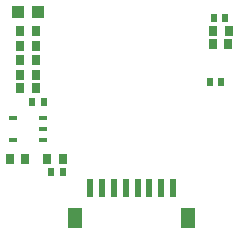
<source format=gbr>
From 7fb8215a1e2a72e235aa8f3d0580ebdae611a5b2 Mon Sep 17 00:00:00 2001
From: jaseg <git@jaseg.de>
Date: Sat, 21 Dec 2024 17:32:16 +0100
Subject: Add recent fusion-360 files as test resource

---
 .../tests/resources/fusion360/solderpaste_top.gbr  | 70 ++++++++++++++++++++++
 1 file changed, 70 insertions(+)
 create mode 100644 gerbonara/tests/resources/fusion360/solderpaste_top.gbr

(limited to 'gerbonara/tests/resources/fusion360/solderpaste_top.gbr')

diff --git a/gerbonara/tests/resources/fusion360/solderpaste_top.gbr b/gerbonara/tests/resources/fusion360/solderpaste_top.gbr
new file mode 100644
index 0000000..bce0a40
--- /dev/null
+++ b/gerbonara/tests/resources/fusion360/solderpaste_top.gbr
@@ -0,0 +1,70 @@
+G04 EAGLE Gerber RS-274X export*
+G75*
+%MOMM*%
+%FSLAX34Y34*%
+%LPD*%
+%INSolderpaste Top*%
+%IPPOS*%
+%AMOC8*
+5,1,8,0,0,1.08239X$1,22.5*%
+G01*
+G04 Define Apertures*
+%ADD10R,1.100000X1.000000*%
+%ADD11R,0.700000X0.900000*%
+%ADD12R,0.600000X0.700000*%
+%ADD13R,0.800100X0.457200*%
+%ADD14R,0.600000X1.550000*%
+%ADD15R,1.200000X1.800000*%
+D10*
+X-79130Y35560D03*
+X-96130Y35560D03*
+D11*
+X-81130Y19050D03*
+X-94130Y19050D03*
+X-81130Y-29210D03*
+X-94130Y-29210D03*
+X-81130Y-17780D03*
+X-94130Y-17780D03*
+X-71270Y-88918D03*
+X-58270Y-88918D03*
+X-90114Y-88818D03*
+X-103114Y-88818D03*
+X-81130Y-5080D03*
+X-94130Y-5080D03*
+X-81130Y6350D03*
+X-94130Y6350D03*
+D12*
+X-84286Y-41028D03*
+X-74286Y-41028D03*
+D13*
+X-75170Y-73346D03*
+X-75170Y-63846D03*
+X-75170Y-54346D03*
+X-100696Y-54346D03*
+X-100696Y-73346D03*
+D14*
+X35000Y-113750D03*
+X25000Y-113750D03*
+X15000Y-113750D03*
+X5000Y-113750D03*
+X-5000Y-113750D03*
+X-15000Y-113750D03*
+X-25000Y-113750D03*
+X-35000Y-113750D03*
+D15*
+X-48000Y-139000D03*
+X48000Y-139000D03*
+D12*
+X69470Y30346D03*
+X79470Y30346D03*
+X-58374Y-100132D03*
+X-68374Y-100132D03*
+D11*
+X81970Y7780D03*
+X68970Y7780D03*
+X82194Y19350D03*
+X69194Y19350D03*
+D12*
+X66021Y-24177D03*
+X76021Y-24177D03*
+M02*
-- 
cgit 


</source>
